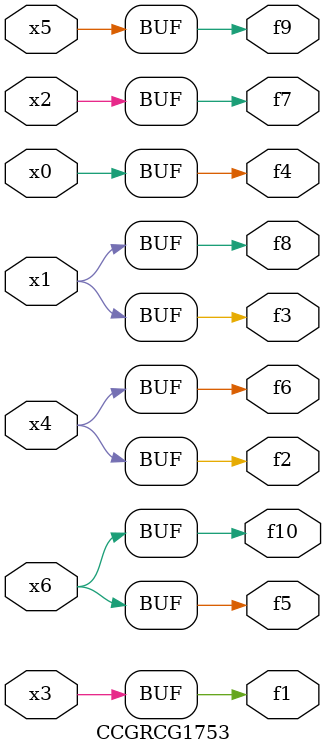
<source format=v>
module CCGRCG1753(
	input x0, x1, x2, x3, x4, x5, x6,
	output f1, f2, f3, f4, f5, f6, f7, f8, f9, f10
);
	assign f1 = x3;
	assign f2 = x4;
	assign f3 = x1;
	assign f4 = x0;
	assign f5 = x6;
	assign f6 = x4;
	assign f7 = x2;
	assign f8 = x1;
	assign f9 = x5;
	assign f10 = x6;
endmodule

</source>
